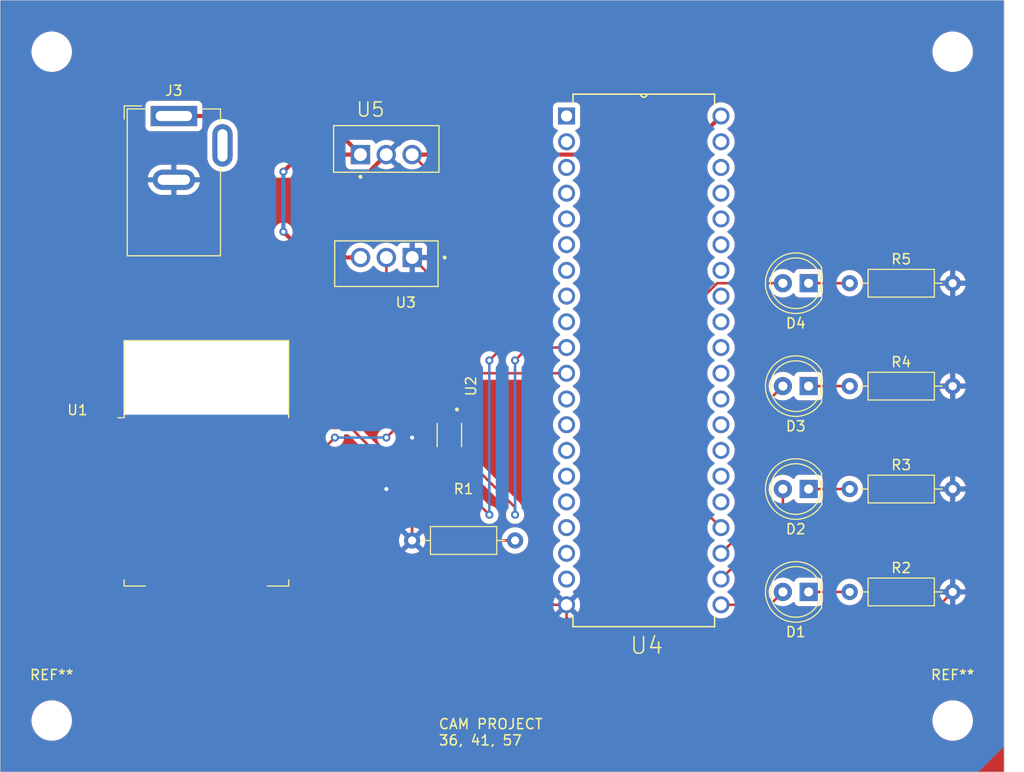
<source format=kicad_pcb>
(kicad_pcb (version 20221018) (generator pcbnew)
  (layers (0 "F.Cu" signal) (31 "B.Cu" signal) (34 "B.Paste" user) (35 "F.Paste" user) (36 "B.SilkS" user "B.Silkscreen") (37 "F.SilkS" user "F.Silkscreen") (38 "B.Mask" user) (39 "F.Mask" user) (44 "Edge.Cuts" user))
  (net 0 "")
  (net 1 "GND")
  (net 2 "Net-(D1-K)")
  (net 3 "Net-(D1-A)")
  (net 4 "Net-(D2-K)")
  (net 5 "Net-(D2-A)")
  (net 6 "Net-(D3-K)")
  (net 7 "Net-(D3-A)")
  (net 8 "Net-(D4-K)")
  (net 9 "Net-(D4-A)")
  (net 10 "/VCC")
  (net 11 "Net-(U2-OE)")
  (net 30 "Net-(U1-GPIO3{slash}RXD)")
  (net 31 "Net-(U1-GPIO1{slash}TXD)")
  (net 32 "Net-(U2-B1)")
  (net 33 "Net-(U2-B2)")
  (net 37 "/VCC3.3")
  (net 38 "/VCC5")
  (footprint "LED_THT:LED_D5.0mm_Clear" (layer "F.Cu") (at 125.485 96.52 180)
    (fp_text reference "D1" (at 1.27 -3.96 180) (layer "F.SilkS"))
    (fp_text value "LED")
    (fp_line (start -1.29 -1.545) (end -1.29 1.545) (stroke (width 0.12)) (layer "F.SilkS"))
    (fp_arc (start -1.29 -1.54483) (mid 2.072002 -2.880433) (end 4.26 0.000462) (stroke (width 0.12)) (layer "F.SilkS"))
    (fp_arc (start 4.26 -0.000462) (mid 2.072002 2.880433) (end -1.29 1.54483) (stroke (width 0.12)) (layer "F.SilkS"))
    (fp_circle (center 1.27 0) (end 3.77 0) (stroke (width 0.12)) (fill none) (layer "F.SilkS"))
    (pad "1" thru_hole rect (at 0 0 180) (size 1.8 1.8) (drill 0.9) (layers "*.Cu" "*.Mask") (net 2 "Net-(D1-K)"))
    (pad "2" thru_hole circle (at 2.54 0 180) (size 1.8 1.8) (drill 0.9) (layers "*.Cu" "*.Mask") (net 3 "Net-(D1-A)"))
  )
  (footprint "CAMPROJECT:TO255P1020X450X1968-3" (layer "F.Cu") (at 86.37 63.5 180)
    (fp_text reference "U3" (at 0.635 -4.445) (layer "F.SilkS"))
    (fp_text value "LD1117AV33")
    (fp_line (start -2.55 -2.86) (end 7.65 -2.86) (stroke (width 0.127)) (layer "F.SilkS"))
    (fp_line (start -2.55 1.64) (end -2.55 -2.86) (stroke (width 0.127)) (layer "F.SilkS"))
    (fp_line (start 7.65 -2.86) (end 7.65 1.64) (stroke (width 0.127)) (layer "F.SilkS"))
    (fp_line (start 7.65 1.64) (end -2.55 1.64) (stroke (width 0.127)) (layer "F.SilkS"))
    (fp_circle (center -3.2 0) (end -3.1 0) (stroke (width 0.2)) (fill none) (layer "F.SilkS"))
    (pad "1" thru_hole rect (at 0 0 180) (size 1.91 1.91) (drill 1.27) (layers "*.Cu" "*.Mask") (net 1 "GND"))
    (pad "2" thru_hole circle (at 2.55 0 180) (size 1.91 1.91) (drill 1.27) (layers "*.Cu" "*.Mask") (net 37 "/VCC3.3"))
    (pad "3" thru_hole circle (at 5.1 0 180) (size 1.91 1.91) (drill 1.27) (layers "*.Cu" "*.Mask") (net 10 "/VCC"))
  )
  (footprint "Resistor_THT:R_Axial_DIN0207_L6.3mm_D2.5mm_P10.16mm_Horizontal" (layer "F.Cu") (at 86.36 91.44)
    (fp_text reference "R1" (at 5.08 -5.08) (layer "F.SilkS"))
    (fp_text value "R")
    (fp_line (start 1.04 0) (end 1.81 0) (stroke (width 0.12)) (layer "F.SilkS"))
    (fp_line (start 1.81 -1.37) (end 1.81 1.37) (stroke (width 0.12)) (layer "F.SilkS"))
    (fp_line (start 1.81 1.37) (end 8.35 1.37) (stroke (width 0.12)) (layer "F.SilkS"))
    (fp_line (start 8.35 -1.37) (end 1.81 -1.37) (stroke (width 0.12)) (layer "F.SilkS"))
    (fp_line (start 8.35 1.37) (end 8.35 -1.37) (stroke (width 0.12)) (layer "F.SilkS"))
    (fp_line (start 9.12 0) (end 8.35 0) (stroke (width 0.12)) (layer "F.SilkS"))
    (pad "1" thru_hole circle (at 0 0) (size 1.6 1.6) (drill 0.8) (layers "*.Cu" "*.Mask") (net 1 "GND"))
    (pad "2" thru_hole oval (at 10.16 0) (size 1.6 1.6) (drill 0.8) (layers "*.Cu" "*.Mask") (net 11 "Net-(U2-OE)"))
  )
  (footprint "CAMPROJECT:SOP50P310X90-8N" (layer "F.Cu") (at 90.035 81.03 -90)
    (fp_text reference "U2" (at -4.83 -2.135 90) (layer "F.SilkS"))
    (fp_text value "TXB0102DCUR" hide)
    (fp_line (start -1.15 -1.205) (end 1.15 -1.205) (stroke (width 0.127)) (layer "F.SilkS"))
    (fp_line (start -1.15 1.205) (end 1.15 1.205) (stroke (width 0.127)) (layer "F.SilkS"))
    (fp_circle (center -2.525 -0.75) (end -2.425 -0.75) (stroke (width 0.2)) (fill none) (layer "F.SilkS"))
    (pad "1" smd roundrect (at -1.405 -0.75 270) (size 1.12 0.27) (layers "F.Cu" "F.Paste" "F.Mask") (roundrect_rratio 0.03) (net 33 "Net-(U2-B2)"))
    (pad "2" smd roundrect (at -1.405 -0.25 270) (size 1.12 0.27) (layers "F.Cu" "F.Paste" "F.Mask") (roundrect_rratio 0.03) (net 1 "GND"))
    (pad "3" smd roundrect (at -1.405 0.25 270) (size 1.12 0.27) (layers "F.Cu" "F.Paste" "F.Mask") (roundrect_rratio 0.03) (net 37 "/VCC3.3"))
    (pad "4" smd roundrect (at -1.405 0.75 270) (size 1.12 0.27) (layers "F.Cu" "F.Paste" "F.Mask") (roundrect_rratio 0.03) (net 30 "Net-(U1-GPIO3{slash}RXD)"))
    (pad "5" smd roundrect (at 1.405 0.75 270) (size 1.12 0.27) (layers "F.Cu" "F.Paste" "F.Mask") (roundrect_rratio 0.03) (net 31 "Net-(U1-GPIO1{slash}TXD)"))
    (pad "6" smd roundrect (at 1.405 0.25 270) (size 1.12 0.27) (layers "F.Cu" "F.Paste" "F.Mask") (roundrect_rratio 0.03) (net 11 "Net-(U2-OE)"))
    (pad "7" smd roundrect (at 1.405 -0.25 270) (size 1.12 0.27) (layers "F.Cu" "F.Paste" "F.Mask") (roundrect_rratio 0.03) (net 38 "/VCC5"))
    (pad "8" smd roundrect (at 1.405 -0.75 270) (size 1.12 0.27) (layers "F.Cu" "F.Paste" "F.Mask") (roundrect_rratio 0.03) (net 32 "Net-(U2-B1)"))
  )
  (footprint "RF_Module:ESP-12E" (layer "F.Cu") (at 66.06 83.82)
    (fp_text reference "U1" (at -12.72 -5.26) (layer "F.SilkS"))
    (fp_text value "ESP-12E")
    (fp_line (start -8.12 -12.12) (end 8.12 -12.12) (stroke (width 0.12)) (layer "F.SilkS"))
    (fp_line (start -8.12 -4.5) (end -8.73 -4.5) (stroke (width 0.12)) (layer "F.SilkS"))
    (fp_line (start -8.12 -4.5) (end -8.12 -12.12) (stroke (width 0.12)) (layer "F.SilkS"))
    (fp_line (start -8.12 12.12) (end -8.12 11.5) (stroke (width 0.12)) (layer "F.SilkS"))
    (fp_line (start -6 12.12) (end -8.12 12.12) (stroke (width 0.12)) (layer "F.SilkS"))
    (fp_line (start 8.12 -12.12) (end 8.12 -4.5) (stroke (width 0.12)) (layer "F.SilkS"))
    (fp_line (start 8.12 11.5) (end 8.12 12.12) (stroke (width 0.12)) (layer "F.SilkS"))
    (fp_line (start 8.12 12.12) (end 6 12.12) (stroke (width 0.12)) (layer "F.SilkS"))
    (pad "1" smd rect (at -7.6 -3.5) (size 2.5 1) (layers "F.Cu" "F.Paste" "F.Mask"))
    (pad "2" smd rect (at -7.6 -1.5) (size 2.5 1) (layers "F.Cu" "F.Paste" "F.Mask"))
    (pad "3" smd rect (at -7.6 0.5) (size 2.5 1) (layers "F.Cu" "F.Paste" "F.Mask"))
    (pad "4" smd rect (at -7.6 2.5) (size 2.5 1) (layers "F.Cu" "F.Paste" "F.Mask"))
    (pad "5" smd rect (at -7.6 4.5) (size 2.5 1) (layers "F.Cu" "F.Paste" "F.Mask"))
    (pad "6" smd rect (at -7.6 6.5) (size 2.5 1) (layers "F.Cu" "F.Paste" "F.Mask"))
    (pad "7" smd rect (at -7.6 8.5) (size 2.5 1) (layers "F.Cu" "F.Paste" "F.Mask"))
    (pad "8" smd rect (at -7.6 10.5) (size 2.5 1) (layers "F.Cu" "F.Paste" "F.Mask") (net 37 "/VCC3.3"))
    (pad "9" smd rect (at -5 12) (size 1 1.8) (layers "F.Cu" "F.Paste" "F.Mask"))
    (pad "10" smd rect (at -3 12) (size 1 1.8) (layers "F.Cu" "F.Paste" "F.Mask"))
    (pad "11" smd rect (at -1 12) (size 1 1.8) (layers "F.Cu" "F.Paste" "F.Mask"))
    (pad "12" smd rect (at 1 12) (size 1 1.8) (layers "F.Cu" "F.Paste" "F.Mask"))
    (pad "13" smd rect (at 3 12) (size 1 1.8) (layers "F.Cu" "F.Paste" "F.Mask"))
    (pad "14" smd rect (at 5 12) (size 1 1.8) (layers "F.Cu" "F.Paste" "F.Mask"))
    (pad "15" smd rect (at 7.6 10.5) (size 2.5 1) (layers "F.Cu" "F.Paste" "F.Mask") (net 1 "GND"))
    (pad "16" smd rect (at 7.6 8.5) (size 2.5 1) (layers "F.Cu" "F.Paste" "F.Mask"))
    (pad "17" smd rect (at 7.6 6.5) (size 2.5 1) (layers "F.Cu" "F.Paste" "F.Mask"))
    (pad "18" smd rect (at 7.6 4.5) (size 2.5 1) (layers "F.Cu" "F.Paste" "F.Mask"))
    (pad "19" smd rect (at 7.6 2.5) (size 2.5 1) (layers "F.Cu" "F.Paste" "F.Mask"))
    (pad "20" smd rect (at 7.6 0.5) (size 2.5 1) (layers "F.Cu" "F.Paste" "F.Mask"))
    (pad "21" smd rect (at 7.6 -1.5) (size 2.5 1) (layers "F.Cu" "F.Paste" "F.Mask") (net 30 "Net-(U1-GPIO3{slash}RXD)"))
    (pad "22" smd rect (at 7.6 -3.5) (size 2.5 1) (layers "F.Cu" "F.Paste" "F.Mask") (net 31 "Net-(U1-GPIO1{slash}TXD)"))
    (zone (net 0) (net_name "") (layers "*.Cu") (connect_pads (clearance 0)) (min_thickness 0.254)
      (keepout (tracks not_allowed) (vias not_allowed) (pads not_allowed) (copperpour not_allowed) (footprints not_allowed))
      (fill (thermal_gap 0.508) (thermal_bridge_width 0.508))
      (polygon (pts (xy 57.94 79.02) (xy 74.18 79.02) (xy 74.18 71.7) (xy 57.94 71.7)))
    )
  )
  (footprint "MountingHole:MountingHole_3.5mm" (layer "F.Cu") (at 139.7 109.22)
    (fp_text reference "REF**" (at 0 -4.5) (layer "F.SilkS"))
    (fp_text value "MountingHole_3.5mm")
    (pad "" np_thru_hole circle (at 0 0) (size 3.5 3.5) (drill 3.5) (layers "F&B.Cu" "*.Mask"))
  )
  (footprint "Connector_BarrelJack:BarrelJack_GCT_DCJ200-10-A_Horizontal" (layer "F.Cu") (at 62.85 49.53)
    (fp_text reference "J3" (at 0 -2.5) (layer "F.SilkS"))
    (fp_text value "Barrel_Jack")
    (fp_line (start -4.9 -1) (end -4.9 0.3) (stroke (width 0.12)) (layer "F.SilkS"))
    (fp_line (start -4.6 -0.7) (end -2.6 -0.7) (stroke (width 0.12)) (layer "F.SilkS"))
    (fp_line (start -4.6 13.8) (end -4.6 -0.7) (stroke (width 0.12)) (layer "F.SilkS"))
    (fp_line (start -3.2 -1) (end -4.9 -1) (stroke (width 0.12)) (layer "F.SilkS"))
    (fp_line (start 2.6 -0.7) (end 4.6 -0.7) (stroke (width 0.12)) (layer "F.SilkS"))
    (fp_line (start 4.6 -0.7) (end 4.6 0.6) (stroke (width 0.12)) (layer "F.SilkS"))
    (fp_line (start 4.6 5.2) (end 4.6 13.8) (stroke (width 0.12)) (layer "F.SilkS"))
    (fp_line (start 4.6 13.8) (end -4.6 13.8) (stroke (width 0.12)) (layer "F.SilkS"))
    (pad "1" thru_hole rect (at 0 0) (size 4.6 2) (drill oval 3.6 1) (layers "*.Cu" "*.Mask") (net 10 "/VCC"))
    (pad "2" thru_hole oval (at 0 6.3) (size 4.2 2) (drill oval 3.2 1) (layers "*.Cu" "*.Mask") (net 1 "GND"))
    (pad "3" thru_hole oval (at 4.8 2.9) (size 2 4.2) (drill oval 1 3.2) (layers "*.Cu" "*.Mask"))
  )
  (footprint "LED_THT:LED_D5.0mm_Clear" (layer "F.Cu") (at 125.485 86.36 180)
    (fp_text reference "D2" (at 1.27 -3.96 180) (layer "F.SilkS"))
    (fp_text value "LED")
    (fp_line (start -1.29 -1.545) (end -1.29 1.545) (stroke (width 0.12)) (layer "F.SilkS"))
    (fp_arc (start -1.29 -1.54483) (mid 2.072002 -2.880433) (end 4.26 0.000462) (stroke (width 0.12)) (layer "F.SilkS"))
    (fp_arc (start 4.26 -0.000462) (mid 2.072002 2.880433) (end -1.29 1.54483) (stroke (width 0.12)) (layer "F.SilkS"))
    (fp_circle (center 1.27 0) (end 3.77 0) (stroke (width 0.12)) (fill none) (layer "F.SilkS"))
    (pad "1" thru_hole rect (at 0 0 180) (size 1.8 1.8) (drill 0.9) (layers "*.Cu" "*.Mask") (net 4 "Net-(D2-K)"))
    (pad "2" thru_hole circle (at 2.54 0 180) (size 1.8 1.8) (drill 0.9) (layers "*.Cu" "*.Mask") (net 5 "Net-(D2-A)"))
  )
  (footprint "Resistor_THT:R_Axial_DIN0207_L6.3mm_D2.5mm_P10.16mm_Horizontal" (layer "F.Cu") (at 129.54 86.36)
    (fp_text reference "R3" (at 5.08 -2.37) (layer "F.SilkS"))
    (fp_text value "R_Small_US")
    (fp_line (start 1.04 0) (end 1.81 0) (stroke (width 0.12)) (layer "F.SilkS"))
    (fp_line (start 1.81 -1.37) (end 1.81 1.37) (stroke (width 0.12)) (layer "F.SilkS"))
    (fp_line (start 1.81 1.37) (end 8.35 1.37) (stroke (width 0.12)) (layer "F.SilkS"))
    (fp_line (start 8.35 -1.37) (end 1.81 -1.37) (stroke (width 0.12)) (layer "F.SilkS"))
    (fp_line (start 8.35 1.37) (end 8.35 -1.37) (stroke (width 0.12)) (layer "F.SilkS"))
    (fp_line (start 9.12 0) (end 8.35 0) (stroke (width 0.12)) (layer "F.SilkS"))
    (pad "1" thru_hole circle (at 0 0) (size 1.6 1.6) (drill 0.8) (layers "*.Cu" "*.Mask") (net 4 "Net-(D2-K)"))
    (pad "2" thru_hole oval (at 10.16 0) (size 1.6 1.6) (drill 0.8) (layers "*.Cu" "*.Mask") (net 1 "GND"))
  )
  (footprint "LED_THT:LED_D5.0mm_Clear" (layer "F.Cu") (at 125.485 76.2 180)
    (fp_text reference "D3" (at 1.27 -3.96 180) (layer "F.SilkS"))
    (fp_text value "LED")
    (fp_line (start -1.29 -1.545) (end -1.29 1.545) (stroke (width 0.12)) (layer "F.SilkS"))
    (fp_arc (start -1.29 -1.54483) (mid 2.072002 -2.880433) (end 4.26 0.000462) (stroke (width 0.12)) (layer "F.SilkS"))
    (fp_arc (start 4.26 -0.000462) (mid 2.072002 2.880433) (end -1.29 1.54483) (stroke (width 0.12)) (layer "F.SilkS"))
    (fp_circle (center 1.27 0) (end 3.77 0) (stroke (width 0.12)) (fill none) (layer "F.SilkS"))
    (pad "1" thru_hole rect (at 0 0 180) (size 1.8 1.8) (drill 0.9) (layers "*.Cu" "*.Mask") (net 6 "Net-(D3-K)"))
    (pad "2" thru_hole circle (at 2.54 0 180) (size 1.8 1.8) (drill 0.9) (layers "*.Cu" "*.Mask") (net 7 "Net-(D3-A)"))
  )
  (footprint "LED_THT:LED_D5.0mm_Clear" (layer "F.Cu") (at 125.485 66.04 180)
    (fp_text reference "D4" (at 1.27 -3.96 180) (layer "F.SilkS"))
    (fp_text value "LED")
    (fp_line (start -1.29 -1.545) (end -1.29 1.545) (stroke (width 0.12)) (layer "F.SilkS"))
    (fp_arc (start -1.29 -1.54483) (mid 2.072002 -2.880433) (end 4.26 0.000462) (stroke (width 0.12)) (layer "F.SilkS"))
    (fp_arc (start 4.26 -0.000462) (mid 2.072002 2.880433) (end -1.29 1.54483) (stroke (width 0.12)) (layer "F.SilkS"))
    (fp_circle (center 1.27 0) (end 3.77 0) (stroke (width 0.12)) (fill none) (layer "F.SilkS"))
    (pad "1" thru_hole rect (at 0 0 180) (size 1.8 1.8) (drill 0.9) (layers "*.Cu" "*.Mask") (net 8 "Net-(D4-K)"))
    (pad "2" thru_hole circle (at 2.54 0 180) (size 1.8 1.8) (drill 0.9) (layers "*.Cu" "*.Mask") (net 9 "Net-(D4-A)"))
  )
  (footprint "MountingHole:MountingHole_3.5mm" (layer "F.Cu") (at 50.8 109.22)
    (fp_text reference "REF**" (at 0 -4.5) (layer "F.SilkS"))
    (fp_text value "MountingHole_3.5mm")
    (pad "" np_thru_hole circle (at 0 0) (size 3.5 3.5) (drill 3.5) (layers "F&B.Cu" "*.Mask"))
  )
  (footprint "MountingHole:MountingHole_3.5mm" (layer "F.Cu") (at 50.8 43.18)
    (fp_text reference "REF**" hide)
    (fp_text value "MountingHole_3.5mm")
    (pad "" np_thru_hole circle (at 0 0) (size 3.5 3.5) (drill 3.5) (layers "F&B.Cu" "*.Mask"))
  )
  (footprint "Resistor_THT:R_Axial_DIN0207_L6.3mm_D2.5mm_P10.16mm_Horizontal" (layer "F.Cu") (at 129.54 66.04)
    (fp_text reference "R5" (at 5.08 -2.37) (layer "F.SilkS"))
    (fp_text value "R_Small_US")
    (fp_line (start 1.04 0) (end 1.81 0) (stroke (width 0.12)) (layer "F.SilkS"))
    (fp_line (start 1.81 -1.37) (end 1.81 1.37) (stroke (width 0.12)) (layer "F.SilkS"))
    (fp_line (start 1.81 1.37) (end 8.35 1.37) (stroke (width 0.12)) (layer "F.SilkS"))
    (fp_line (start 8.35 -1.37) (end 1.81 -1.37) (stroke (width 0.12)) (layer "F.SilkS"))
    (fp_line (start 8.35 1.37) (end 8.35 -1.37) (stroke (width 0.12)) (layer "F.SilkS"))
    (fp_line (start 9.12 0) (end 8.35 0) (stroke (width 0.12)) (layer "F.SilkS"))
    (pad "1" thru_hole circle (at 0 0) (size 1.6 1.6) (drill 0.8) (layers "*.Cu" "*.Mask") (net 8 "Net-(D4-K)"))
    (pad "2" thru_hole oval (at 10.16 0) (size 1.6 1.6) (drill 0.8) (layers "*.Cu" "*.Mask") (net 1 "GND"))
  )
  (footprint "MountingHole:MountingHole_3.5mm" (layer "F.Cu") (at 139.7 43.18)
    (fp_text reference "REF**" hide)
    (fp_text value "MountingHole_3.5mm")
    (pad "" np_thru_hole circle (at 0 0) (size 3.5 3.5) (drill 3.5) (layers "*.Cu" "*.Mask"))
  )
  (footprint "CAMPROJECT:TO255P1040X460X1968-3" (layer "F.Cu") (at 81.26 53.34)
    (fp_text reference "U5" (at 0.995 -4.444) (layer "F.SilkS") (effects (font (size 1.4 1.4))))
    (fp_text value "L7805CV")
    (fp_line (start -2.65 -2.86) (end 7.75 -2.86) (stroke (width 0.127)) (layer "F.SilkS"))
    (fp_line (start -2.65 1.74) (end -2.65 -2.86) (stroke (width 0.127)) (layer "F.SilkS"))
    (fp_line (start 7.75 -2.86) (end 7.75 1.74) (stroke (width 0.127)) (layer "F.SilkS"))
    (fp_line (start 7.75 1.74) (end -2.65 1.74) (stroke (width 0.127)) (layer "F.SilkS"))
    (fp_circle (center 0 2.195) (end 0.1 2.195) (stroke (width 0.2)) (fill none) (layer "F.SilkS"))
    (pad "1" thru_hole rect (at 0 0) (size 1.91 1.91) (drill 1.27) (layers "*.Cu" "*.Mask") (net 10 "/VCC"))
    (pad "2" thru_hole circle (at 2.55 0) (size 1.91 1.91) (drill 1.27) (layers "*.Cu" "*.Mask") (net 1 "GND"))
    (pad "3" thru_hole circle (at 5.1 0) (size 1.91 1.91) (drill 1.27) (layers "*.Cu" "*.Mask") (net 38 "/VCC5"))
  )
  (footprint "CAMPROJECT:DIP254P1524X482-40" (layer "F.Cu") (at 116.84 97.79)
    (fp_text reference "U4" (at -7.330775 4.021775) (layer "F.SilkS") (effects (font (size 1.643504 1.643504))))
    (fp_text value "AT89S52-24PC")
    (fp_line (start -14.605 -50.419) (end -14.605 -49.5808) (stroke (width 0.1524)) (layer "F.SilkS"))
    (fp_line (start -14.605 1.143) (end -14.605 2.159) (stroke (width 0.1524)) (layer "F.SilkS"))
    (fp_line (start -14.605 2.159) (end -0.635 2.159) (stroke (width 0.1524)) (layer "F.SilkS"))
    (fp_line (start -7.9248 -50.419) (end -14.605 -50.419) (stroke (width 0.1524)) (layer "F.SilkS"))
    (fp_line (start -7.3152 -50.419) (end -7.9248 -50.419) (stroke (width 0.1524)) (layer "F.SilkS"))
    (fp_line (start -0.635 -50.419) (end -7.3152 -50.419) (stroke (width 0.1524)) (layer "F.SilkS"))
    (fp_line (start -0.635 -49.403) (end -0.635 -50.419) (stroke (width 0.1524)) (layer "F.SilkS"))
    (fp_line (start -0.635 2.159) (end -0.635 1.143) (stroke (width 0.1524)) (layer "F.SilkS"))
    (fp_arc (start -7.3152 -50.419) (mid -7.62 -50.1142) (end -7.9248 -50.419) (stroke (width 0.1524)) (layer "F.SilkS"))
    (pad "1" thru_hole rect (at -15.24 -48.26) (size 1.6764 1.6764) (drill 1.1176) (layers "*.Cu" "*.Mask"))
    (pad "2" thru_hole circle (at -15.24 -45.72) (size 1.6764 1.6764) (drill 1.1176) (layers "*.Cu" "*.Mask"))
    (pad "3" thru_hole circle (at -15.24 -43.18) (size 1.6764 1.6764) (drill 1.1176) (layers "*.Cu" "*.Mask"))
    (pad "4" thru_hole circle (at -15.24 -40.64) (size 1.6764 1.6764) (drill 1.1176) (layers "*.Cu" "*.Mask"))
    (pad "5" thru_hole circle (at -15.24 -38.1) (size 1.6764 1.6764) (drill 1.1176) (layers "*.Cu" "*.Mask"))
    (pad "6" thru_hole circle (at -15.24 -35.56) (size 1.6764 1.6764) (drill 1.1176) (layers "*.Cu" "*.Mask"))
    (pad "7" thru_hole circle (at -15.24 -33.02) (size 1.6764 1.6764) (drill 1.1176) (layers "*.Cu" "*.Mask"))
    (pad "8" thru_hole circle (at -15.24 -30.48) (size 1.6764 1.6764) (drill 1.1176) (layers "*.Cu" "*.Mask"))
    (pad "9" thru_hole circle (at -15.24 -27.94) (size 1.6764 1.6764) (drill 1.1176) (layers "*.Cu" "*.Mask"))
    (pad "10" thru_hole circle (at -15.24 -25.4) (size 1.6764 1.6764) (drill 1.1176) (layers "*.Cu" "*.Mask") (net 32 "Net-(U2-B1)"))
    (pad "11" thru_hole circle (at -15.24 -22.86) (size 1.6764 1.6764) (drill 1.1176) (layers "*.Cu" "*.Mask") (net 33 "Net-(U2-B2)"))
    (pad "12" thru_hole circle (at -15.24 -20.32) (size 1.6764 1.6764) (drill 1.1176) (layers "*.Cu" "*.Mask"))
    (pad "13" thru_hole circle (at -15.24 -17.78) (size 1.6764 1.6764) (drill 1.1176) (layers "*.Cu" "*.Mask"))
    (pad "14" thru_hole circle (at -15.24 -15.24) (size 1.6764 1.6764) (drill 1.1176) (layers "*.Cu" "*.Mask"))
    (pad "15" thru_hole circle (at -15.24 -12.7) (size 1.6764 1.6764) (drill 1.1176) (layers "*.Cu" "*.Mask"))
    (pad "16" thru_hole circle (at -15.24 -10.16) (size 1.6764 1.6764) (drill 1.1176) (layers "*.Cu" "*.Mask"))
    (pad "17" thru_hole circle (at -15.24 -7.62) (size 1.6764 1.6764) (drill 1.1176) (layers "*.Cu" "*.Mask"))
    (pad "18" thru_hole circle (at -15.24 -5.08) (size 1.6764 1.6764) (drill 1.1176) (layers "*.Cu" "*.Mask"))
    (pad "19" thru_hole circle (at -15.24 -2.54) (size 1.6764 1.6764) (drill 1.1176) (layers "*.Cu" "*.Mask"))
    (pad "20" thru_hole circle (at -15.24 0) (size 1.6764 1.6764) (drill 1.1176) (layers "*.Cu" "*.Mask") (net 1 "GND"))
    (pad "21" thru_hole circle (at 0 0) (size 1.6764 1.6764) (drill 1.1176) (layers "*.Cu" "*.Mask") (net 3 "Net-(D1-A)"))
    (pad "22" thru_hole circle (at 0 -2.54) (size 1.6764 1.6764) (drill 1.1176) (layers "*.Cu" "*.Mask") (net 5 "Net-(D2-A)"))
    (pad "23" thru_hole circle (at 0 -5.08) (size 1.6764 1.6764) (drill 1.1176) (layers "*.Cu" "*.Mask") (net 7 "Net-(D3-A)"))
    (pad "24" thru_hole circle (at 0 -7.62) (size 1.6764 1.6764) (drill 1.1176) (layers "*.Cu" "*.Mask") (net 9 "Net-(D4-A)"))
    (pad "25" thru_hole circle (at 0 -10.16) (size 1.6764 1.6764) (drill 1.1176) (layers "*.Cu" "*.Mask"))
    (pad "26" thru_hole circle (at 0 -12.7) (size 1.6764 1.6764) (drill 1.1176) (layers "*.Cu" "*.Mask"))
    (pad "27" thru_hole circle (at 0 -15.24) (size 1.6764 1.6764) (drill 1.1176) (layers "*.Cu" "*.Mask"))
    (pad "28" thru_hole circle (at 0 -17.78) (size 1.6764 1.6764) (drill 1.1176) (layers "*.Cu" "*.Mask"))
    (pad "29" thru_hole circle (at 0 -20.32) (size 1.6764 1.6764) (drill 1.1176) (layers "*.Cu" "*.Mask"))
    (pad "30" thru_hole circle (at 0 -22.86) (size 1.6764 1.6764) (drill 1.1176) (layers "*.Cu" "*.Mask"))
    (pad "31" thru_hole circle (at 0 -25.4) (size 1.6764 1.6764) (drill 1.1176) (layers "*.Cu" "*.Mask"))
    (pad "32" thru_hole circle (at 0 -27.94) (size 1.6764 1.6764) (drill 1.1176) (layers "*.Cu" "*.Mask"))
    (pad "33" thru_hole circle (at 0 -30.48) (size 1.6764 1.6764) (drill 1.1176) (layers "*.Cu" "*.Mask"))
    (pad "34" thru_hole circle (at 0 -33.02) (size 1.6764 1.6764) (drill 1.1176) (layers "*.Cu" "*.Mask"))
    (pad "35" thru_hole circle (at 0 -35.56) (size 1.6764 1.6764) (drill 1.1176) (layers "*.Cu" "*.Mask"))
    (pad "36" thru_hole circle (at 0 -38.1) (size 1.6764 1.6764) (drill 1.1176) (layers "*.Cu" "*.Mask"))
    (pad "37" thru_hole circle (at 0 -40.64) (size 1.6764 1.6764) (drill 1.1176) (layers "*.Cu" "*.Mask"))
    (pad "38" thru_hole circle (at 0 -43.18) (size 1.6764 1.6764) (drill 1.1176) (layers "*.Cu" "*.Mask"))
    (pad "39" thru_hole circle (at 0 -45.72) (size 1.6764 1.6764) (drill 1.1176) (layers "*.Cu" "*.Mask"))
    (pad "40" thru_hole circle (at 0 -48.26) (size 1.6764 1.6764) (drill 1.1176) (layers "*.Cu" "*.Mask") (net 38 "/VCC5"))
  )
  (footprint "Resistor_THT:R_Axial_DIN0207_L6.3mm_D2.5mm_P10.16mm_Horizontal" (layer "F.Cu") (at 129.54 96.52)
    (fp_text reference "R2" (at 5.08 -2.37) (layer "F.SilkS"))
    (fp_text value "R_Small_US")
    (fp_line (start 1.04 0) (end 1.81 0) (stroke (width 0.12)) (layer "F.SilkS"))
    (fp_line (start 1.81 -1.37) (end 1.81 1.37) (stroke (width 0.12)) (layer "F.SilkS"))
    (fp_line (start 1.81 1.37) (end 8.35 1.37) (stroke (width 0.12)) (layer "F.SilkS"))
    (fp_line (start 8.35 -1.37) (end 1.81 -1.37) (stroke (width 0.12)) (layer "F.SilkS"))
    (fp_line (start 8.35 1.37) (end 8.35 -1.37) (stroke (width 0.12)) (layer "F.SilkS"))
    (fp_line (start 9.12 0) (end 8.35 0) (stroke (width 0.12)) (layer "F.SilkS"))
    (pad "1" thru_hole circle (at 0 0) (size 1.6 1.6) (drill 0.8) (layers "*.Cu" "*.Mask") (net 2 "Net-(D1-K)"))
    (pad "2" thru_hole oval (at 10.16 0) (size 1.6 1.6) (drill 0.8) (layers "*.Cu" "*.Mask") (net 1 "GND"))
  )
  (footprint "Resistor_THT:R_Axial_DIN0207_L6.3mm_D2.5mm_P10.16mm_Horizontal" (layer "F.Cu") (at 129.54 76.2)
    (fp_text reference "R4" (at 5.08 -2.37) (layer "F.SilkS"))
    (fp_text value "R_Small_US")
    (fp_line (start 1.04 0) (end 1.81 0) (stroke (width 0.12)) (layer "F.SilkS"))
    (fp_line (start 1.81 -1.37) (end 1.81 1.37) (stroke (width 0.12)) (layer "F.SilkS"))
    (fp_line (start 1.81 1.37) (end 8.35 1.37) (stroke (width 0.12)) (layer "F.SilkS"))
    (fp_line (start 8.35 -1.37) (end 1.81 -1.37) (stroke (width 0.12)) (layer "F.SilkS"))
    (fp_line (start 8.35 1.37) (end 8.35 -1.37) (stroke (width 0.12)) (layer "F.SilkS"))
    (fp_line (start 9.12 0) (end 8.35 0) (stroke (width 0.12)) (layer "F.SilkS"))
    (pad "1" thru_hole circle (at 0 0) (size 1.6 1.6) (drill 0.8) (layers "*.Cu" "*.Mask") (net 6 "Net-(D3-K)"))
    (pad "2" thru_hole oval (at 10.16 0) (size 1.6 1.6) (drill 0.8) (layers "*.Cu" "*.Mask") (net 1 "GND"))
  )
  (gr_line (start 45.72 114.3) (end 45.72 38.1) (stroke (width 0.05)) (layer "Edge.Cuts"))
  (gr_line (start 45.72 38.1) (end 144.78 38.1) (stroke (width 0.05)) (layer "Edge.Cuts"))
  (gr_line (start 144.78 38.1) (end 144.78 114.3) (stroke (width 0.05)) (layer "Edge.Cuts"))
  (gr_line (start 144.78 114.3) (end 45.72 114.3) (stroke (width 0.05)) (layer "Edge.Cuts"))
  (gr_text "CAM PROJECT\n36, 41, 57" (at 88.9 111.76) (layer "F.SilkS") (effects (font (size 1 1)) (justify left bottom)))
  (segment (start 62.85 55.83) (end 81.32 55.83) (width 0.4064) (layer "F.Cu") (net 1))
  (segment (start 75.86 94.32) (end 83.82 86.36) (width 0.25) (layer "F.Cu") (net 1))
  (segment (start 139.7 76.2) (end 139.7 66.04) (width 0.25) (layer "F.Cu") (net 1))
  (segment (start 73.66 94.32) (end 75.86 94.32) (width 0.25) (layer "F.Cu") (net 1))
  (segment (start 86.37 63.5) (end 86.37 55.9) (width 0.25) (layer "F.Cu") (net 1))
  (segment (start 86.37 63.5) (end 86.37 63.51) (width 0.4064) (layer "F.Cu") (net 1))
  (segment (start 106.68 104.14) (end 101.6 99.06) (width 0.25) (layer "F.Cu") (net 1))
  (segment (start 139.7 86.36) (end 139.7 76.2) (width 0.25) (layer "F.Cu") (net 1))
  (segment (start 86.37 55.9) (end 83.81 53.34) (width 0.25) (layer "F.Cu") (net 1))
  (segment (start 91.290125 81.28) (end 89.279875 81.28) (width 0.25) (layer "F.Cu") (net 1))
  (segment (start 99.06 89.049875) (end 99.06 96.52) (width 0.25) (layer "F.Cu") (net 1))
  (segment (start 99.06 89.049875) (end 91.290125 81.28) (width 0.25) (layer "F.Cu") (net 1))
  (segment (start 100.33 97.79) (end 101.6 97.79) (width 0.25) (layer "F.Cu") (net 1))
  (segment (start 132.08 104.14) (end 106.68 104.14) (width 0.25) (layer "F.Cu") (net 1))
  (segment (start 81.32 55.83) (end 83.81 53.34) (width 0.4064) (layer "F.Cu") (net 1))
  (segment (start 139.7 96.52) (end 132.08 104.14) (width 0.25) (layer "F.Cu") (net 1))
  (segment (start 86.36 88.9) (end 86.36 91.44) (width 0.25) (layer "F.Cu") (net 1))
  (segment (start 89.279875 81.28) (end 90.285 80.274875) (width 0.25) (layer "F.Cu") (net 1))
  (segment (start 101.6 99.06) (end 101.6 97.79) (width 0.25) (layer "F.Cu") (net 1))
  (segment (start 83.82 86.36) (end 86.36 88.9) (width 0.25) (layer "F.Cu") (net 1))
  (segment (start 139.7 96.52) (end 139.7 86.36) (width 0.25) (layer "F.Cu") (net 1))
  (segment (start 90.285 80.274875) (end 90.285 79.625) (width 0.25) (layer "F.Cu") (net 1))
  (segment (start 90.285 67.415) (end 86.37 63.5) (width 0.25) (layer "F.Cu") (net 1))
  (segment (start 86.36 81.28) (end 89.279875 81.28) (width 0.25) (layer "F.Cu") (net 1))
  (segment (start 90.285 79.625) (end 90.285 67.415) (width 0.25) (layer "F.Cu") (net 1))
  (segment (start 99.06 96.52) (end 100.33 97.79) (width 0.25) (layer "F.Cu") (net 1))
  (via (at 83.82 86.36) (size 0.8) (drill 0.4) (layers "F.Cu" "B.Cu") (net 1))
  (via (at 86.36 81.28) (size 0.8) (drill 0.4) (layers "F.Cu" "B.Cu") (net 1))
  (segment (start 86.36 83.82) (end 86.36 81.28) (width 0.25) (layer "B.Cu") (net 1))
  (segment (start 83.82 86.36) (end 86.36 83.82) (width 0.25) (layer "B.Cu") (net 1))
  (segment (start 125.485 96.52) (end 129.54 96.52) (width 0.25) (layer "F.Cu") (net 2))
  (segment (start 116.84 97.79) (end 121.675 97.79) (width 0.25) (layer "F.Cu") (net 3))
  (segment (start 121.675 97.79) (end 122.945 96.52) (width 0.25) (layer "F.Cu") (net 3))
  (segment (start 125.485 86.36) (end 129.54 86.36) (width 0.25) (layer "F.Cu") (net 4))
  (segment (start 122.945 89.145) (end 122.945 86.36) (width 0.25) (layer "F.Cu") (net 5))
  (segment (start 116.84 95.25) (end 122.945 89.145) (width 0.25) (layer "F.Cu") (net 5))
  (segment (start 125.485 76.2) (end 129.54 76.2) (width 0.25) (layer "F.Cu") (net 6))
  (segment (start 119.38 90.17) (end 119.38 79.765) (width 0.25) (layer "F.Cu") (net 7))
  (segment (start 119.38 79.765) (end 122.945 76.2) (width 0.25) (layer "F.Cu") (net 7))
  (segment (start 116.84 92.71) (end 119.38 90.17) (width 0.25) (layer "F.Cu") (net 7))
  (segment (start 125.485 66.04) (end 129.54 66.04) (width 0.25) (layer "F.Cu") (net 8))
  (segment (start 114.3 68.204986) (end 116.464986 66.04) (width 0.25) (layer "F.Cu") (net 9))
  (segment (start 116.84 90.17) (end 114.3 87.63) (width 0.25) (layer "F.Cu") (net 9))
  (segment (start 114.3 87.63) (end 114.3 68.204986) (width 0.25) (layer "F.Cu") (net 9))
  (segment (start 116.464986 66.04) (end 122.945 66.04) (width 0.25) (layer "F.Cu") (net 9))
  (segment (start 73.66 60.96) (end 76.2 63.5) (width 0.4064) (layer "F.Cu") (net 10))
  (segment (start 76.2 63.5) (end 81.27 63.5) (width 0.4064) (layer "F.Cu") (net 10))
  (segment (start 77.45 49.53) (end 81.26 53.34) (width 0.4064) (layer "F.Cu") (net 10))
  (segment (start 75.3473 53.34) (end 73.66 55.0273) (width 0.4064) (layer "F.Cu") (net 10))
  (segment (start 81.26 53.34) (end 75.3473 53.34) (width 0.4064) (layer "F.Cu") (net 10))
  (segment (start 62.85 49.53) (end 77.45 49.53) (width 0.4064) (layer "F.Cu") (net 10))
  (via (at 73.66 60.96) (size 0.8) (drill 0.4) (layers "F.Cu" "B.Cu") (net 10))
  (via (at 73.66 55.0273) (size 0.8) (drill 0.4) (layers "F.Cu" "B.Cu") (net 10))
  (segment (start 73.66 55.0273) (end 73.66 60.96) (width 0.4064) (layer "B.Cu") (net 10))
  (segment (start 89.785 82.435) (end 89.785 87.245) (width 0.25) (layer "F.Cu") (net 11))
  (segment (start 89.785 87.245) (end 93.98 91.44) (width 0.25) (layer "F.Cu") (net 11))
  (segment (start 93.98 91.44) (end 96.52 91.44) (width 0.25) (layer "F.Cu") (net 11))
  (segment (start 85.475 79.625) (end 89.285 79.625) (width 0.25) (layer "F.Cu") (net 30))
  (segment (start 73.66 82.32) (end 77.7 82.32) (width 0.25) (layer "F.Cu") (net 30))
  (segment (start 77.7 82.32) (end 78.74 81.28) (width 0.25) (layer "F.Cu") (net 30))
  (segment (start 83.82 81.28) (end 85.475 79.625) (width 0.25) (layer "F.Cu") (net 30))
  (via (at 78.74 81.28) (size 0.8) (drill 0.4) (layers "F.Cu" "B.Cu") (net 30))
  (via (at 83.82 81.28) (size 0.8) (drill 0.4) (layers "F.Cu" "B.Cu") (net 30))
  (segment (start 78.74 81.28) (end 83.82 81.28) (width 0.25) (layer "B.Cu") (net 30))
  (segment (start 73.66 80.32) (end 80.32 80.32) (width 0.25) (layer "F.Cu") (net 31))
  (segment (start 80.32 80.32) (end 83.82 83.82) (width 0.25) (layer "F.Cu") (net 31))
  (segment (start 89.285 82.435) (end 87.9 83.82) (width 0.25) (layer "F.Cu") (net 31))
  (segment (start 83.82 83.82) (end 87.9 83.82) (width 0.25) (layer "F.Cu") (net 31))
  (segment (start 97.79 72.39) (end 101.6 72.39) (width 0.25) (layer "F.Cu") (net 32))
  (segment (start 96.52 88.17) (end 96.52 88.9) (width 0.25) (layer "F.Cu") (net 32))
  (segment (start 96.52 73.66) (end 97.79 72.39) (width 0.25) (layer "F.Cu") (net 32))
  (segment (start 90.785 82.435) (end 96.52 88.17) (width 0.25) (layer "F.Cu") (net 32))
  (via (at 96.52 88.9) (size 0.8) (drill 0.4) (layers "F.Cu" "B.Cu") (net 32))
  (via (at 96.52 73.66) (size 0.8) (drill 0.4) (layers "F.Cu" "B.Cu") (net 32))
  (segment (start 96.52 88.9) (end 96.52 73.66) (width 0.25) (layer "B.Cu") (net 32))
  (segment (start 91.44 78.97) (end 91.44 76.2) (width 0.25) (layer "F.Cu") (net 33))
  (segment (start 90.785 79.625) (end 91.44 78.97) (width 0.25) (layer "F.Cu") (net 33))
  (segment (start 92.71 74.93) (end 101.6 74.93) (width 0.25) (layer "F.Cu") (net 33))
  (segment (start 91.44 76.2) (end 92.71 74.93) (width 0.25) (layer "F.Cu") (net 33))
  (segment (start 83.82 63.5) (end 83.82 66.04) (width 0.25) (layer "F.Cu") (net 37))
  (segment (start 57.71 94.32) (end 58.46 94.32) (width 0.25) (layer "F.Cu") (net 37))
  (segment (start 83.82 71.12) (end 89.785 77.085) (width 0.25) (layer "F.Cu") (net 37))
  (segment (start 89.785 79.625) (end 89.785 77.085) (width 0.25) (layer "F.Cu") (net 37))
  (segment (start 55.88 68.58) (end 55.88 92.49) (width 0.25) (layer "F.Cu") (net 37))
  (segment (start 83.82 71.12) (end 83.82 66.04) (width 0.25) (layer "F.Cu") (net 37))
  (segment (start 83.82 66.04) (end 58.42 66.04) (width 0.25) (layer "F.Cu") (net 37))
  (segment (start 58.42 66.04) (end 55.88 68.58) (width 0.25) (layer "F.Cu") (net 37))
  (segment (start 55.88 92.49) (end 57.71 94.32) (width 0.25) (layer "F.Cu") (net 37))
  (segment (start 96.52 71.12) (end 96.52 60.96) (width 0.25) (layer "F.Cu") (net 38))
  (segment (start 90.285 85.205) (end 93.98 88.9) (width 0.25) (layer "F.Cu") (net 38))
  (segment (start 91.44 58.42) (end 86.36 53.34) (width 0.25) (layer "F.Cu") (net 38))
  (segment (start 96.52 60.96) (end 93.98 58.42) (width 0.25) (layer "F.Cu") (net 38))
  (segment (start 86.36 53.34) (end 113.03 53.34) (width 0.4064) (layer "F.Cu") (net 38))
  (segment (start 113.03 53.34) (end 116.84 49.53) (width 0.4064) (layer "F.Cu") (net 38))
  (segment (start 93.98 58.42) (end 91.44 58.42) (width 0.25) (layer "F.Cu") (net 38))
  (segment (start 93.98 73.66) (end 96.52 71.12) (width 0.25) (layer "F.Cu") (net 38))
  (segment (start 90.285 82.435) (end 90.285 85.205) (width 0.25) (layer "F.Cu") (net 38))
  (via (at 93.98 88.9) (size 0.8) (drill 0.4) (layers "F.Cu" "B.Cu") (net 38))
  (via (at 93.98 73.66) (size 0.8) (drill 0.4) (layers "F.Cu" "B.Cu") (net 38))
  (segment (start 93.98 88.9) (end 93.98 73.66) (width 0.25) (layer "B.Cu") (net 38))
  (zone (net 1) (net_name "GND") (layer "F.Cu") (connect_pads (clearance 0.508)) (min_thickness 0.25) (fill yes (thermal_gap 0.5) (thermal_bridge_width 0.5))
    (polygon (pts (xy 45.72 38.1) (xy 144.78 38.1) (xy 144.78 114.3) (xy 45.72 114.3)))
  )
  (zone (net 1) (net_name "GND") (layer "B.Cu") (priority 1) (connect_pads (clearance 0.508)) (min_thickness 0.25) (fill yes (thermal_gap 0.5) (thermal_bridge_width 0.5))
    (polygon (pts (xy 45.72 38.1) (xy 144.78 38.1) (xy 144.78 111.76) (xy 142.24 114.3) (xy 45.72 114.3)))
  )
)
</source>
